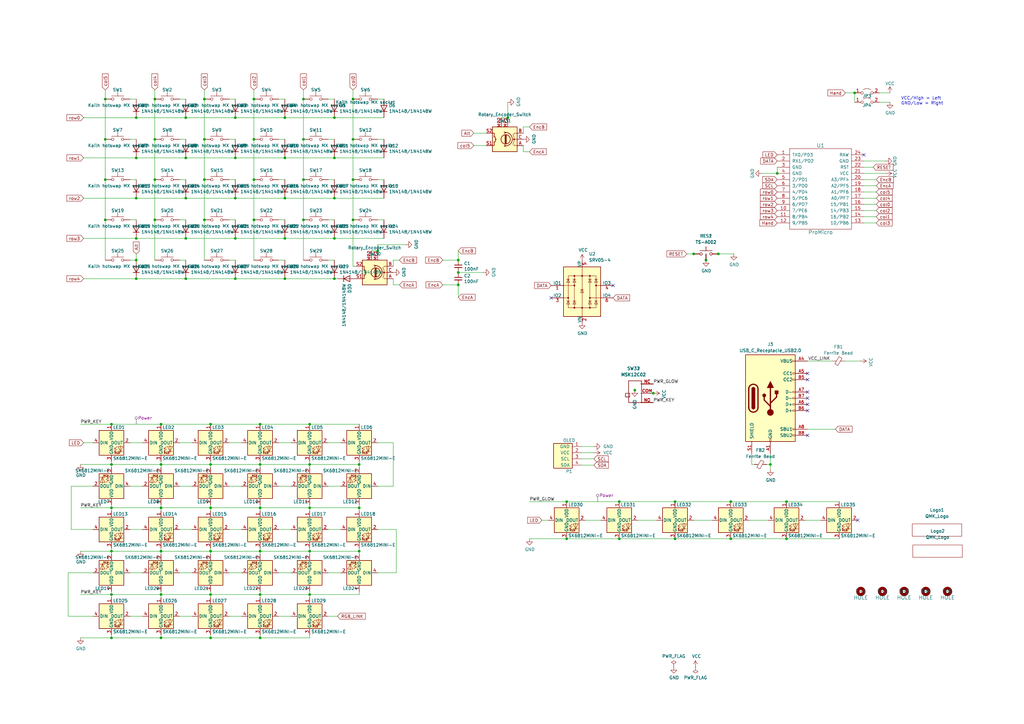
<source format=kicad_sch>
(kicad_sch (version 20230121) (generator eeschema)
  (paper "A3")
  (title_block (title "Lotus 58 Glow") (date "2023-07-26") (rev "v1.3.1") (company "Markus Knutsson <markus.knutsson@tweety.se>") (comment 1 "https://github.com/TweetyDaBird") (comment 2 "Licensed under CERN-OHL-S v2 or any superseding version"))
  (junction (at 124.46 57.15))
  (junction (at 55.88 106.68))
  (junction (at 66.04 261.62))
  (junction (at 137.16 97.79))
  (junction (at 66.04 208.28))
  (junction (at 106.68 243.84))
  (junction (at 86.36 208.28))
  (junction (at 96.52 114.3))
  (junction (at 144.78 57.15))
  (junction (at 106.68 190.5))
  (junction (at 63.5 90.17))
  (junction (at 86.36 173.99))
  (junction (at 83.82 90.17))
  (junction (at 187.96 116.84))
  (junction (at 260.35 160.02))
  (junction (at 116.84 64.77))
  (junction (at 137.16 64.77))
  (junction (at 45.72 173.99))
  (junction (at 66.04 243.84))
  (junction (at 55.88 114.3))
  (junction (at 187.96 111.76))
  (junction (at 86.36 261.62))
  (junction (at 116.84 48.26))
  (junction (at 299.72 220.98))
  (junction (at 116.84 81.28))
  (junction (at 208.28 48.26))
  (junction (at 322.58 220.98))
  (junction (at 124.46 40.64))
  (junction (at 63.5 57.15))
  (junction (at 322.58 205.74))
  (junction (at 104.14 40.64))
  (junction (at 76.2 81.28))
  (junction (at 43.18 57.15))
  (junction (at 147.32 226.06))
  (junction (at 55.88 48.26))
  (junction (at 254 220.98))
  (junction (at 63.5 40.64))
  (junction (at 232.41 205.74))
  (junction (at 154.94 102.87))
  (junction (at 55.88 81.28))
  (junction (at 254 205.74))
  (junction (at 144.78 73.66))
  (junction (at 76.2 64.77))
  (junction (at 104.14 90.17))
  (junction (at 66.04 173.99))
  (junction (at 45.72 208.28))
  (junction (at 76.2 48.26))
  (junction (at 55.88 97.79))
  (junction (at 147.32 208.28))
  (junction (at 106.68 173.99))
  (junction (at 63.5 73.66))
  (junction (at 43.18 40.64))
  (junction (at 55.88 64.77))
  (junction (at 116.84 114.3))
  (junction (at 315.976 190.5))
  (junction (at 45.72 226.06))
  (junction (at 45.72 261.62))
  (junction (at 284.48 104.14))
  (junction (at 96.52 64.77))
  (junction (at 43.18 73.66))
  (junction (at 350.52 38.1))
  (junction (at 76.2 114.3))
  (junction (at 83.82 73.66))
  (junction (at 127 243.84))
  (junction (at 127 208.28))
  (junction (at 45.72 243.84))
  (junction (at 116.84 97.79))
  (junction (at 232.41 220.98))
  (junction (at 66.04 190.5))
  (junction (at 86.36 226.06))
  (junction (at 187.96 106.68))
  (junction (at 127 173.99))
  (junction (at 96.52 48.26))
  (junction (at 137.16 81.28))
  (junction (at 267.97 161.29))
  (junction (at 127 190.5))
  (junction (at 137.16 48.26))
  (junction (at 124.46 73.66))
  (junction (at 137.16 114.3))
  (junction (at 127 226.06))
  (junction (at 289.56 106.68))
  (junction (at 318.77 71.12))
  (junction (at 147.32 190.5))
  (junction (at 45.72 190.5))
  (junction (at 106.68 208.28))
  (junction (at 83.82 40.64))
  (junction (at 276.86 205.74))
  (junction (at 299.72 205.74))
  (junction (at 86.36 190.5))
  (junction (at 104.14 73.66))
  (junction (at 83.82 57.15))
  (junction (at 86.36 243.84))
  (junction (at 104.14 57.15))
  (junction (at 96.52 81.28))
  (junction (at 294.64 104.14))
  (junction (at 106.68 226.06))
  (junction (at 144.78 40.64))
  (junction (at 96.52 97.79))
  (junction (at 144.78 90.17))
  (junction (at 106.68 261.62))
  (junction (at 43.18 90.17))
  (junction (at 276.86 220.98))
  (junction (at 76.2 97.79))
  (junction (at 124.46 90.17))
  (junction (at 66.04 226.06))
  (no_connect (at 351.79 213.36))
  (no_connect (at 331.216 163.322))
  (no_connect (at 331.216 153.162))
  (no_connect (at 331.216 168.402))
  (no_connect (at 331.216 155.702))
  (no_connect (at 331.216 178.562))
  (no_connect (at 226.06 122.174))
  (no_connect (at 251.46 117.094))
  (no_connect (at 331.216 160.782))
  (no_connect (at 331.216 165.862))
  (no_connect (at 354.33 63.5))
  (wire (pts (xy 354.33 81.28) (xy 359.41 81.28)))
  (wire (pts (xy 147.32 190.5) (xy 147.32 189.23)))
  (wire (pts (xy 238.506 183.134) (xy 243.586 183.134)))
  (wire (pts (xy 127 190.5) (xy 127 189.23)))
  (wire (pts (xy 308.356 186.182) (xy 308.356 190.5)))
  (wire (pts (xy 86.36 226.06) (xy 106.68 226.06)))
  (wire (pts (xy 127 173.99) (xy 147.32 173.99)))
  (wire (pts (xy 137.16 57.15) (xy 134.62 57.15)))
  (wire (pts (xy 187.96 106.68) (xy 187.96 102.87)))
  (wire (pts (xy 127 209.55) (xy 127 208.28)))
  (wire (pts (xy 114.3 40.64) (xy 116.84 40.64)))
  (wire (pts (xy 114.3 252.73) (xy 119.38 252.73)))
  (wire (pts (xy 114.3 181.61) (xy 119.38 181.61)))
  (wire (pts (xy 134.62 217.17) (xy 139.7 217.17)))
  (wire (pts (xy 73.66 199.39) (xy 78.74 199.39)))
  (wire (pts (xy 73.66 73.66) (xy 76.2 73.66)))
  (wire (pts (xy 73.66 234.95) (xy 78.74 234.95)))
  (wire (pts (xy 86.36 208.28) (xy 86.36 209.55)))
  (wire (pts (xy 45.72 261.62) (xy 45.72 260.35)))
  (wire (pts (xy 199.39 54.61) (xy 194.31 54.61)))
  (wire (pts (xy 66.04 245.11) (xy 66.04 243.84)))
  (wire (pts (xy 308.356 190.5) (xy 309.372 190.5)))
  (wire (pts (xy 147.32 208.28) (xy 147.32 209.55)))
  (wire (pts (xy 53.34 199.39) (xy 58.42 199.39)))
  (wire (pts (xy 134.62 181.61) (xy 139.7 181.61)))
  (wire (pts (xy 127 242.57) (xy 127 243.84)))
  (wire (pts (xy 27.94 234.95) (xy 27.94 252.73)))
  (wire (pts (xy 38.1 234.95) (xy 27.94 234.95)))
  (wire (pts (xy 93.98 199.39) (xy 99.06 199.39)))
  (wire (pts (xy 34.29 114.3) (xy 55.88 114.3)))
  (wire (pts (xy 93.98 217.17) (xy 99.06 217.17)))
  (wire (pts (xy 162.56 217.17) (xy 162.56 234.95)))
  (wire (pts (xy 73.66 40.64) (xy 76.2 40.64)))
  (wire (pts (xy 66.04 208.28) (xy 86.36 208.28)))
  (wire (pts (xy 86.36 173.99) (xy 106.68 173.99)))
  (wire (pts (xy 55.88 90.17) (xy 53.34 90.17)))
  (wire (pts (xy 254 205.74) (xy 276.86 205.74)))
  (wire (pts (xy 181.61 106.68) (xy 187.96 106.68)))
  (wire (pts (xy 96.52 106.68) (xy 93.98 106.68)))
  (wire (pts (xy 315.976 192.532) (xy 315.976 190.5)))
  (wire (pts (xy 93.98 181.61) (xy 99.06 181.61)))
  (wire (pts (xy 137.16 64.77) (xy 157.48 64.77)))
  (wire (pts (xy 83.82 57.15) (xy 83.82 73.66)))
  (wire (pts (xy 45.72 208.28) (xy 33.02 208.28)))
  (wire (pts (xy 127 243.84) (xy 147.32 243.84)))
  (wire (pts (xy 43.18 36.83) (xy 43.18 40.64)))
  (wire (pts (xy 232.41 205.74) (xy 254 205.74)))
  (wire (pts (xy 93.98 40.64) (xy 96.52 40.64)))
  (wire (pts (xy 137.16 114.3) (xy 138.43 114.3)))
  (wire (pts (xy 104.14 40.64) (xy 104.14 57.15)))
  (wire (pts (xy 66.04 208.28) (xy 66.04 209.55)))
  (wire (pts (xy 104.14 36.83) (xy 104.14 40.64)))
  (wire (pts (xy 33.02 173.99) (xy 45.72 173.99)))
  (wire (pts (xy 83.82 73.66) (xy 83.82 90.17)))
  (wire (pts (xy 34.29 181.61) (xy 38.1 181.61)))
  (wire (pts (xy 53.34 181.61) (xy 58.42 181.61)))
  (wire (pts (xy 45.72 190.5) (xy 45.72 191.77)))
  (wire (pts (xy 86.36 224.79) (xy 86.36 226.06)))
  (wire (pts (xy 34.29 64.77) (xy 55.88 64.77)))
  (wire (pts (xy 55.88 64.77) (xy 76.2 64.77)))
  (wire (pts (xy 66.04 242.57) (xy 66.04 243.84)))
  (wire (pts (xy 53.34 73.66) (xy 55.88 73.66)))
  (wire (pts (xy 83.82 40.64) (xy 83.82 57.15)))
  (wire (pts (xy 86.36 190.5) (xy 66.04 190.5)))
  (wire (pts (xy 38.1 217.17) (xy 29.21 217.17)))
  (wire (pts (xy 318.77 71.12) (xy 312.42 71.12)))
  (wire (pts (xy 307.34 213.36) (xy 314.96 213.36)))
  (wire (pts (xy 106.68 190.5) (xy 106.68 189.23)))
  (wire (pts (xy 45.72 227.33) (xy 45.72 226.06)))
  (wire (pts (xy 76.2 114.3) (xy 96.52 114.3)))
  (wire (pts (xy 354.33 73.66) (xy 359.41 73.66)))
  (wire (pts (xy 116.84 73.66) (xy 114.3 73.66)))
  (wire (pts (xy 55.88 104.14) (xy 55.88 106.68)))
  (wire (pts (xy 45.72 208.28) (xy 45.72 209.55)))
  (wire (pts (xy 364.998 41.91) (xy 360.68 41.91)))
  (wire (pts (xy 154.94 73.66) (xy 157.48 73.66)))
  (wire (pts (xy 238.506 185.674) (xy 243.586 185.674)))
  (wire (pts (xy 299.72 220.98) (xy 322.58 220.98)))
  (wire (pts (xy 238.506 190.754) (xy 243.586 190.754)))
  (wire (pts (xy 83.82 90.17) (xy 83.82 106.68)))
  (wire (pts (xy 86.36 190.5) (xy 106.68 190.5)))
  (wire (pts (xy 53.34 252.73) (xy 58.42 252.73)))
  (wire (pts (xy 163.83 116.84) (xy 161.29 116.84)))
  (wire (pts (xy 299.72 205.74) (xy 322.58 205.74)))
  (wire (pts (xy 106.68 208.28) (xy 106.68 209.55)))
  (wire (pts (xy 45.72 189.23) (xy 45.72 190.5)))
  (wire (pts (xy 208.28 41.91) (xy 208.28 48.26)))
  (wire (pts (xy 76.2 81.28) (xy 96.52 81.28)))
  (wire (pts (xy 55.88 97.79) (xy 76.2 97.79)))
  (wire (pts (xy 318.77 68.58) (xy 318.77 71.12)))
  (wire (pts (xy 104.14 73.66) (xy 104.14 90.17)))
  (wire (pts (xy 161.29 116.84) (xy 161.29 114.3)))
  (wire (pts (xy 187.96 121.92) (xy 187.96 116.84)))
  (wire (pts (xy 222.25 213.36) (xy 224.79 213.36)))
  (wire (pts (xy 199.39 59.69) (xy 194.31 59.69)))
  (wire (pts (xy 124.46 90.17) (xy 124.46 106.68)))
  (wire (pts (xy 45.72 207.01) (xy 45.72 208.28)))
  (wire (pts (xy 217.17 52.07) (xy 214.63 52.07)))
  (wire (pts (xy 254 220.98) (xy 276.86 220.98)))
  (wire (pts (xy 166.37 100.33) (xy 154.94 100.33)))
  (wire (pts (xy 83.82 36.83) (xy 83.82 40.64)))
  (wire (pts (xy 354.33 71.12) (xy 363.22 71.12)))
  (wire (pts (xy 284.48 213.36) (xy 292.1 213.36)))
  (wire (pts (xy 76.2 64.77) (xy 96.52 64.77)))
  (wire (pts (xy 124.46 40.64) (xy 124.46 57.15)))
  (wire (pts (xy 66.04 261.62) (xy 45.72 261.62)))
  (wire (pts (xy 104.14 57.15) (xy 104.14 73.66)))
  (wire (pts (xy 154.94 90.17) (xy 157.48 90.17)))
  (wire (pts (xy 106.68 190.5) (xy 127 190.5)))
  (wire (pts (xy 27.94 252.73) (xy 38.1 252.73)))
  (wire (pts (xy 144.78 40.64) (xy 144.78 57.15)))
  (wire (pts (xy 261.62 213.36) (xy 269.24 213.36)))
  (wire (pts (xy 354.33 76.2) (xy 359.41 76.2)))
  (wire (pts (xy 106.68 261.62) (xy 86.36 261.62)))
  (wire (pts (xy 114.3 90.17) (xy 116.84 90.17)))
  (wire (pts (xy 124.46 57.15) (xy 124.46 73.66)))
  (wire (pts (xy 86.36 261.62) (xy 86.36 260.35)))
  (wire (pts (xy 76.2 57.15) (xy 73.66 57.15)))
  (wire (pts (xy 106.68 243.84) (xy 106.68 242.57)))
  (wire (pts (xy 354.33 66.04) (xy 363.22 66.04)))
  (wire (pts (xy 73.66 217.17) (xy 78.74 217.17)))
  (wire (pts (xy 96.52 97.79) (xy 116.84 97.79)))
  (wire (pts (xy 86.36 245.11) (xy 86.36 243.84)))
  (wire (pts (xy 124.46 73.66) (xy 124.46 90.17)))
  (wire (pts (xy 154.94 234.95) (xy 162.56 234.95)))
  (wire (pts (xy 106.68 226.06) (xy 127 226.06)))
  (wire (pts (xy 63.5 36.83) (xy 63.5 40.64)))
  (wire (pts (xy 33.02 243.84) (xy 45.72 243.84)))
  (wire (pts (xy 208.28 48.26) (xy 205.74 48.26)))
  (wire (pts (xy 104.14 90.17) (xy 104.14 106.68)))
  (wire (pts (xy 152.4 102.87) (xy 154.94 102.87)))
  (wire (pts (xy 240.03 213.36) (xy 246.38 213.36)))
  (wire (pts (xy 106.68 245.11) (xy 106.68 243.84)))
  (wire (pts (xy 34.29 97.79) (xy 55.88 97.79)))
  (wire (pts (xy 53.34 234.95) (xy 58.42 234.95)))
  (wire (pts (xy 137.16 106.68) (xy 134.62 106.68)))
  (wire (pts (xy 322.58 205.74) (xy 344.17 205.74)))
  (wire (pts (xy 93.98 57.15) (xy 96.52 57.15)))
  (wire (pts (xy 147.32 224.79) (xy 147.32 226.06)))
  (wire (pts (xy 114.3 234.95) (xy 119.38 234.95)))
  (wire (pts (xy 116.84 106.68) (xy 114.3 106.68)))
  (wire (pts (xy 86.36 190.5) (xy 86.36 191.77)))
  (wire (pts (xy 127 261.62) (xy 106.68 261.62)))
  (wire (pts (xy 33.02 226.06) (xy 45.72 226.06)))
  (wire (pts (xy 147.32 208.28) (xy 147.32 207.01)))
  (wire (pts (xy 106.68 191.77) (xy 106.68 190.5)))
  (wire (pts (xy 154.94 40.64) (xy 157.48 40.64)))
  (wire (pts (xy 147.32 190.5) (xy 147.32 191.77)))
  (wire (pts (xy 127 191.77) (xy 127 190.5)))
  (wire (pts (xy 354.33 83.82) (xy 359.41 83.82)))
  (wire (pts (xy 93.98 234.95) (xy 99.06 234.95)))
  (wire (pts (xy 217.17 62.23) (xy 214.63 62.23)))
  (wire (pts (xy 181.61 116.84) (xy 187.96 116.84)))
  (wire (pts (xy 66.04 173.99) (xy 86.36 173.99)))
  (wire (pts (xy 352.806 148.082) (xy 346.456 148.082)))
  (wire (pts (xy 127 226.06) (xy 147.32 226.06)))
  (wire (pts (xy 350.52 41.91) (xy 350.52 38.1)))
  (wire (pts (xy 86.36 208.28) (xy 86.36 207.01)))
  (wire (pts (xy 187.96 111.76) (xy 198.12 111.76)))
  (wire (pts (xy 354.33 88.9) (xy 359.41 88.9)))
  (wire (pts (xy 73.66 252.73) (xy 78.74 252.73)))
  (wire (pts (xy 29.21 217.17) (xy 29.21 199.39)))
  (wire (pts (xy 281.686 104.14) (xy 284.48 104.14)))
  (wire (pts (xy 214.63 52.07) (xy 214.63 54.61)))
  (wire (pts (xy 55.88 114.3) (xy 76.2 114.3)))
  (wire (pts (xy 93.98 252.73) (xy 99.06 252.73)))
  (wire (pts (xy 66.04 261.62) (xy 66.04 260.35)))
  (wire (pts (xy 137.16 40.64) (xy 134.62 40.64)))
  (wire (pts (xy 45.72 190.5) (xy 33.02 190.5)))
  (wire (pts (xy 96.52 90.17) (xy 93.98 90.17)))
  (wire (pts (xy 116.84 64.77) (xy 137.16 64.77)))
  (wire (pts (xy 137.16 81.28) (xy 157.48 81.28)))
  (wire (pts (xy 66.04 190.5) (xy 66.04 189.23)))
  (wire (pts (xy 354.33 91.44) (xy 359.41 91.44)))
  (wire (pts (xy 45.72 173.99) (xy 66.04 173.99)))
  (wire (pts (xy 34.29 48.26) (xy 55.88 48.26)))
  (wire (pts (xy 154.94 100.33) (xy 154.94 102.87)))
  (wire (pts (xy 144.78 73.66) (xy 144.78 90.17)))
  (wire (pts (xy 127 245.11) (xy 127 243.84)))
  (wire (pts (xy 346.71 38.1) (xy 350.52 38.1)))
  (wire (pts (xy 157.48 57.15) (xy 154.94 57.15)))
  (wire (pts (xy 45.72 190.5) (xy 66.04 190.5)))
  (wire (pts (xy 106.68 224.79) (xy 106.68 226.06)))
  (wire (pts (xy 66.04 224.79) (xy 66.04 226.06)))
  (wire (pts (xy 127 190.5) (xy 147.32 190.5)))
  (wire (pts (xy 147.32 243.84) (xy 147.32 242.57)))
  (wire (pts (xy 96.52 114.3) (xy 116.84 114.3)))
  (wire (pts (xy 116.84 81.28) (xy 137.16 81.28)))
  (wire (pts (xy 106.68 208.28) (xy 127 208.28)))
  (wire (pts (xy 127 261.62) (xy 127 260.35)))
  (wire (pts (xy 354.33 68.58) (xy 358.14 68.58)))
  (wire (pts (xy 127 208.28) (xy 127 207.01)))
  (wire (pts (xy 154.94 217.17) (xy 162.56 217.17)))
  (wire (pts (xy 161.29 181.61) (xy 161.29 199.39)))
  (wire (pts (xy 276.86 220.98) (xy 299.72 220.98)))
  (wire (pts (xy 96.52 81.28) (xy 116.84 81.28)))
  (wire (pts (xy 86.36 189.23) (xy 86.36 190.5)))
  (wire (pts (xy 96.52 48.26) (xy 116.84 48.26)))
  (wire (pts (xy 63.5 90.17) (xy 63.5 106.68)))
  (wire (pts (xy 66.04 208.28) (xy 66.04 207.01)))
  (wire (pts (xy 66.04 191.77) (xy 66.04 190.5)))
  (wire (pts (xy 276.86 205.74) (xy 299.72 205.74)))
  (wire (pts (xy 86.36 227.33) (xy 86.36 226.06)))
  (wire (pts (xy 138.43 252.73) (xy 134.62 252.73)))
  (wire (pts (xy 232.41 220.98) (xy 254 220.98)))
  (wire (pts (xy 73.66 181.61) (xy 78.74 181.61)))
  (wire (pts (xy 163.83 106.68) (xy 161.29 106.68)))
  (wire (pts (xy 127 208.28) (xy 147.32 208.28)))
  (wire (pts (xy 300.99 104.14) (xy 294.64 104.14)))
  (wire (pts (xy 86.36 243.84) (xy 86.36 242.57)))
  (wire (pts (xy 76.2 48.26) (xy 96.52 48.26)))
  (wire (pts (xy 53.34 217.17) (xy 58.42 217.17)))
  (wire (pts (xy 45.72 242.57) (xy 45.72 243.84)))
  (wire (pts (xy 43.18 57.15) (xy 43.18 73.66)))
  (wire (pts (xy 154.94 199.39) (xy 161.29 199.39)))
  (wire (pts (xy 134.62 234.95) (xy 139.7 234.95)))
  (wire (pts (xy 45.72 245.11) (xy 45.72 243.84)))
  (wire (pts (xy 86.36 208.28) (xy 106.68 208.28)))
  (wire (pts (xy 341.376 148.082) (xy 331.216 148.082)))
  (wire (pts (xy 66.04 243.84) (xy 86.36 243.84)))
  (wire (pts (xy 43.18 90.17) (xy 43.18 106.68)))
  (wire (pts (xy 66.04 226.06) (xy 86.36 226.06)))
  (wire (pts (xy 114.3 199.39) (xy 119.38 199.39)))
  (wire (pts (xy 124.46 36.83) (xy 124.46 40.64)))
  (wire (pts (xy 144.78 57.15) (xy 144.78 73.66)))
  (wire (pts (xy 144.78 36.83) (xy 144.78 40.64)))
  (wire (pts (xy 144.78 90.17) (xy 144.78 109.22)))
  (wire (pts (xy 86.36 261.62) (xy 66.04 261.62)))
  (wire (pts (xy 137.16 48.26) (xy 157.48 48.26)))
  (wire (pts (xy 106.68 173.99) (xy 127 173.99)))
  (wire (pts (xy 106.68 261.62) (xy 106.68 260.35)))
  (wire (pts (xy 55.88 48.26) (xy 76.2 48.26)))
  (wire (pts (xy 238.506 188.214) (xy 243.586 188.214)))
  (wire (pts (xy 137.16 97.79) (xy 157.48 97.79)))
  (wire (pts (xy 106.68 243.84) (xy 127 243.84)))
  (wire (pts (xy 76.2 97.79) (xy 96.52 97.79)))
  (wire (pts (xy 127 227.33) (xy 127 226.06)))
  (wire (pts (xy 76.2 90.17) (xy 73.66 90.17)))
  (wire (pts (xy 29.21 199.39) (xy 38.1 199.39)))
  (wire (pts (xy 45.72 261.62) (xy 33.02 261.62)))
  (wire (pts (xy 364.998 38.1) (xy 360.68 38.1)))
  (wire (pts (xy 217.17 220.98) (xy 232.41 220.98)))
  (wire (pts (xy 45.72 226.06) (xy 66.04 226.06)))
  (wire (pts (xy 63.5 73.66) (xy 63.5 90.17)))
  (wire (pts (xy 161.29 106.68) (xy 161.29 109.22)))
  (wire (pts (xy 114.3 217.17) (xy 119.38 217.17)))
  (wire (pts (xy 137.16 73.66) (xy 134.62 73.66)))
  (wire (pts (xy 144.78 109.22) (xy 146.05 109.22)))
  (wire (pts (xy 76.2 106.68) (xy 73.66 106.68)))
  (wire (pts (xy 55.88 57.15) (xy 53.34 57.15)))
  (wire (pts (xy 314.452 190.5) (xy 315.976 190.5)))
  (wire (pts (xy 354.33 86.36) (xy 359.41 86.36)))
  (wire (pts (xy 106.68 226.06) (xy 106.68 227.33)))
  (wire (pts (xy 116.84 57.15) (xy 114.3 57.15)))
  (wire (pts (xy 93.98 73.66) (xy 96.52 73.66)))
  (wire (pts (xy 330.2 213.36) (xy 336.55 213.36)))
  (wire (pts (xy 55.88 40.64) (xy 53.34 40.64)))
  (wire (pts (xy 154.94 181.61) (xy 161.29 181.61)))
  (wire (pts (xy 86.36 243.84) (xy 106.68 243.84)))
  (wire (pts (xy 127 224.79) (xy 127 226.06)))
  (wire (pts (xy 116.84 114.3) (xy 137.16 114.3)))
  (wire (pts (xy 55.88 81.28) (xy 76.2 81.28)))
  (wire (pts (xy 137.16 90.17) (xy 134.62 90.17)))
  (wire (pts (xy 116.84 97.79) (xy 137.16 97.79)))
  (wire (pts (xy 45.72 208.28) (xy 66.04 208.28)))
  (wire (pts (xy 63.5 40.64) (xy 63.5 57.15)))
  (wire (pts (xy 34.29 81.28) (xy 55.88 81.28)))
  (wire (pts (xy 66.04 226.06) (xy 66.04 227.33)))
  (wire (pts (xy 45.72 243.84) (xy 66.04 243.84)))
  (wire (pts (xy 106.68 208.28) (xy 106.68 207.01)))
  (wire (pts (xy 315.976 190.5) (xy 315.976 186.182)))
  (wire (pts (xy 96.52 64.77) (xy 116.84 64.77)))
  (wire (pts (xy 214.63 62.23) (xy 214.63 59.69)))
  (wire (pts (xy 322.58 220.98) (xy 344.17 220.98)))
  (wire (pts (xy 45.72 224.79) (xy 45.72 226.06)))
  (wire (pts (xy 354.33 78.74) (xy 359.41 78.74)))
  (wire (pts (xy 217.17 205.74) (xy 232.41 205.74)))
  (wire (pts (xy 53.34 106.68) (xy 55.88 106.68)))
  (wire (pts (xy 331.216 176.022) (xy 342.646 176.022)))
  (wire (pts (xy 147.32 226.06) (xy 147.32 227.33)))
  (wire (pts (xy 43.18 40.64) (xy 43.18 57.15)))
  (wire (pts (xy 116.84 48.26) (xy 137.16 48.26)))
  (wire (pts (xy 63.5 57.15) (xy 63.5 73.66)))
  (wire (pts (xy 43.18 73.66) (xy 43.18 90.17)))
  (wire (pts (xy 134.62 199.39) (xy 139.7 199.39)))
  (text "VCC/High = Left\nGND/Low = Right" (at 369.57 43.18 0) (effects (font (size 1.27 1.27)) (justify left bottom)))
  (label "PWR_KEY" (at 33.02 208.28 0))
  (label "PWR_KEY" (at 33.02 243.84 0))
  (label "VCC_LINK" (at 331.47 148.082 0))
  (label "PWR_GLOW" (at 217.17 205.74 0))
  (label "PWR_KEY" (at 267.97 165.1 0))
  (label "PWR_KEY" (at 33.02 173.99 0))
  (label "PWR_GLOW" (at 267.97 157.48 0))
  (global_label "Alt" (shape input) (at 55.88 104.14 90) (property "Intersheetrefs" "${INTERSHEET_REFS}" (effects hide)))
  (global_label "col2" (shape input) (at 359.41 86.36 0) (property "Intersheetrefs" "${INTERSHEET_REFS}" (effects hide)))
  (global_label "EncB" (shape input) (at 359.41 73.66 0) (property "Intersheetrefs" "${INTERSHEET_REFS}" (effects hide)))
  (global_label "RESET" (shape input) (at 281.686 104.14 180) (property "Intersheetrefs" "${INTERSHEET_REFS}" (effects hide)))
  (global_label "row2" (shape input) (at 318.77 83.82 180) (property "Intersheetrefs" "${INTERSHEET_REFS}" (effects hide)))
  (global_label "RESET" (shape input) (at 358.14 68.58 0) (property "Intersheetrefs" "${INTERSHEET_REFS}" (effects hide)))
  (global_label "EncA" (shape input) (at 217.17 62.23 0) (property "Intersheetrefs" "${INTERSHEET_REFS}" (effects hide)))
  (global_label "col4" (shape input) (at 63.5 36.83 90) (property "Intersheetrefs" "${INTERSHEET_REFS}" (effects hide)))
  (global_label "DATA" (shape input) (at 251.46 122.174 0) (property "Intersheetrefs" "${INTERSHEET_REFS}" (effects hide)))
  (global_label "row1" (shape input) (at 318.77 81.28 180) (property "Intersheetrefs" "${INTERSHEET_REFS}" (effects hide)))
  (global_label "EncB" (shape input) (at 181.61 106.68 180) (property "Intersheetrefs" "${INTERSHEET_REFS}" (effects hide)))
  (global_label "EncA" (shape input) (at 187.96 121.92 0) (property "Intersheetrefs" "${INTERSHEET_REFS}" (effects hide)))
  (global_label "row3" (shape input) (at 34.29 97.79 180) (property "Intersheetrefs" "${INTERSHEET_REFS}" (effects hide)))
  (global_label "row3" (shape input) (at 318.77 86.36 180) (property "Intersheetrefs" "${INTERSHEET_REFS}" (effects hide)))
  (global_label "SCL" (shape input) (at 318.77 76.2 180) (property "Intersheetrefs" "${INTERSHEET_REFS}" (effects hide)))
  (global_label "LED" (shape input) (at 222.25 213.36 180) (property "Intersheetrefs" "${INTERSHEET_REFS}" (effects hide)))
  (global_label "SDA" (shape input) (at 243.586 190.754 0) (property "Intersheetrefs" "${INTERSHEET_REFS}" (effects hide)))
  (global_label "EncA" (shape input) (at 163.83 116.84 0) (property "Intersheetrefs" "${INTERSHEET_REFS}" (effects hide)))
  (global_label "col4" (shape input) (at 359.41 81.28 0) (property "Intersheetrefs" "${INTERSHEET_REFS}" (effects hide)))
  (global_label "row1" (shape input) (at 34.29 64.77 180) (property "Intersheetrefs" "${INTERSHEET_REFS}" (effects hide)))
  (global_label "RGB_LINK" (shape input) (at 138.43 252.73 0) (property "Intersheetrefs" "${INTERSHEET_REFS}" (effects hide)))
  (global_label "row2" (shape input) (at 34.29 81.28 180) (property "Intersheetrefs" "${INTERSHEET_REFS}" (effects hide)))
  (global_label "col5" (shape input) (at 194.31 59.69 180) (property "Intersheetrefs" "${INTERSHEET_REFS}" (effects hide)))
  (global_label "col5" (shape input) (at 43.18 36.83 90) (property "Intersheetrefs" "${INTERSHEET_REFS}" (effects hide)))
  (global_label "EncA" (shape input) (at 359.41 76.2 0) (property "Intersheetrefs" "${INTERSHEET_REFS}" (effects hide)))
  (global_label "col0" (shape input) (at 359.41 83.82 0) (property "Intersheetrefs" "${INTERSHEET_REFS}" (effects hide)))
  (global_label "col3" (shape input) (at 83.82 36.83 90) (property "Intersheetrefs" "${INTERSHEET_REFS}" (effects hide)))
  (global_label "EncB" (shape input) (at 217.17 52.07 0) (property "Intersheetrefs" "${INTERSHEET_REFS}" (effects hide)))
  (global_label "LED" (shape input) (at 318.77 63.5 180) (property "Intersheetrefs" "${INTERSHEET_REFS}" (effects hide)))
  (global_label "SCL" (shape input) (at 243.586 188.214 0) (property "Intersheetrefs" "${INTERSHEET_REFS}" (effects hide)))
  (global_label "Hand" (shape input) (at 318.77 91.44 180) (property "Intersheetrefs" "${INTERSHEET_REFS}" (effects hide)))
  (global_label "row0" (shape input) (at 34.29 48.26 180) (property "Intersheetrefs" "${INTERSHEET_REFS}" (effects hide)))
  (global_label "SDA" (shape input) (at 318.77 73.66 180) (property "Intersheetrefs" "${INTERSHEET_REFS}" (effects hide)))
  (global_label "Alt" (shape input) (at 194.31 54.61 180) (property "Intersheetrefs" "${INTERSHEET_REFS}" (effects hide)))
  (global_label "col5" (shape input) (at 359.41 78.74 0) (property "Intersheetrefs" "${INTERSHEET_REFS}" (effects hide)))
  (global_label "DATA" (shape input) (at 342.646 176.022 0) (property "Intersheetrefs" "${INTERSHEET_REFS}" (effects hide)))
  (global_label "EncB" (shape input) (at 187.96 102.87 0) (property "Intersheetrefs" "${INTERSHEET_REFS}" (effects hide)))
  (global_label "EncA" (shape input) (at 181.61 116.84 180) (property "Intersheetrefs" "${INTERSHEET_REFS}" (effects hide)))
  (global_label "LED" (shape input) (at 34.29 181.61 180) (property "Intersheetrefs" "${INTERSHEET_REFS}" (effects hide)))
  (global_label "row4" (shape input) (at 34.29 114.3 180) (property "Intersheetrefs" "${INTERSHEET_REFS}" (effects hide)))
  (global_label "row0" (shape input) (at 318.77 78.74 180) (property "Intersheetrefs" "${INTERSHEET_REFS}" (effects hide)))
  (global_label "col1" (shape input) (at 359.41 88.9 0) (property "Intersheetrefs" "${INTERSHEET_REFS}" (effects hide)))
  (global_label "col1" (shape input) (at 124.46 36.83 90) (property "Intersheetrefs" "${INTERSHEET_REFS}" (effects hide)))
  (global_label "col0" (shape input) (at 144.78 36.83 90) (property "Intersheetrefs" "${INTERSHEET_REFS}" (effects hide)))
  (global_label "Hand" (shape input) (at 346.71 38.1 180) (property "Intersheetrefs" "${INTERSHEET_REFS}" (effects hide)))
  (global_label "col2" (shape input) (at 104.14 36.83 90) (property "Intersheetrefs" "${INTERSHEET_REFS}" (effects hide)))
  (global_label "DATA" (shape input) (at 318.77 66.04 180) (property "Intersheetrefs" "${INTERSHEET_REFS}" (effects hide)))
  (global_label "row4" (shape input) (at 318.77 88.9 180) (property "Intersheetrefs" "${INTERSHEET_REFS}" (effects hide)))
  (global_label "DATA" (shape input) (at 226.06 117.094 180) (property "Intersheetrefs" "${INTERSHEET_REFS}" (effects hide)))
  (global_label "col3" (shape input) (at 359.41 91.44 0) (property "Intersheetrefs" "${INTERSHEET_REFS}" (effects hide)))
  (global_label "EncB" (shape input) (at 163.83 106.68 0) (property "Intersheetrefs" "${INTERSHEET_REFS}" (effects hide)))
  (netclass_flag "" (length 2.54) (shape round) (at 55.88 173.99 0) (property "Netclass" "Power" (at 56.4896 171.45 0) (effects (font italic) (justify left))))
  (netclass_flag "" (length 2.54) (shape round) (at 245.11 205.74 0) (property "Netclass" "Power" (at 245.7196 203.2 0) (effects (font italic) (justify left))))
  (symbol (lib_id "Keyboard_Controllers:ProMicro_jumpers_v2") (at 336.55 77.47 0) (unit 1)
    (property "Reference" "U1" (at 336.55 59.69 0) (effects (font (size 1.524 1.524))))
    (property "Value" "ProMicro" (at 336.55 95.25 0) (effects (font (size 1.524 1.524))))
    (property "Footprint" "Keyboard Controllers:ProMicro_jumpers_V2" (effects hide))
  )
  (symbol (lib_id "Switch:SW_Push") (at 48.26 106.68 0) (mirror y) (unit 1)
    (property "Reference" "SW25" (at 48.26 102.87 0))
    (property "Value" "Kailh hotswap MX socket" (at 48.26 109.22 0))
    (property "Footprint" "Keyboard Switches:SW_MX_HotSwap_Reversible" (effects hide))
  )
  (symbol (lib_id "Switch:SW_Push") (at 68.58 106.68 0) (mirror y) (unit 1)
    (property "Reference" "SW26" (at 68.58 102.87 0))
    (property "Value" "Kailh hotswap MX socket" (at 68.58 109.22 0))
    (property "Footprint" "Keyboard Switches:SW_MX_HotSwap_Reversible" (effects hide))
  )
  (symbol (lib_id "Switch:SW_Push") (at 48.26 40.64 0) (mirror y) (unit 1)
    (property "Reference" "SW1" (at 48.26 36.83 0))
    (property "Value" "Kailh hotswap MX socket" (at 48.26 43.18 0))
    (property "Footprint" "Keyboard Switches:SW_MX_HotSwap_Reversible" (effects hide))
  )
  (symbol (lib_id "Device:D") (at 55.88 44.45 90) (unit 1)
    (property "Reference" "D1" (at 57.8866 43.2816 90) (effects (justify right)))
    (property "Value" "1N4148/1N4148W" (at 57.8866 45.593 90) (effects (justify right)))
    (property "Footprint" "Keyboard Common:Diode_DO35_SOD123" (effects hide))
  )
  (symbol (lib_id "Switch:SW_Push") (at 68.58 40.64 0) (mirror y) (unit 1)
    (property "Reference" "SW2" (at 68.58 36.83 0))
    (property "Value" "Kailh hotswap MX socket" (at 68.58 43.18 0))
    (property "Footprint" "Keyboard Switches:SW_MX_HotSwap_Reversible" (effects hide))
  )
  (symbol (lib_id "Device:D") (at 76.2 44.45 90) (unit 1)
    (property "Reference" "D2" (at 78.2066 43.2816 90) (effects (justify right)))
    (property "Value" "1N4148/1N4148W" (at 78.2066 45.593 90) (effects (justify right)))
    (property "Footprint" "Keyboard Common:Diode_DO35_SOD123" (effects hide))
  )
  (symbol (lib_id "Switch:SW_Push") (at 88.9 40.64 0) (mirror y) (unit 1)
    (property "Reference" "SW3" (at 88.9 36.83 0))
    (property "Value" "Kailh hotswap MX socket" (at 88.9 43.18 0))
    (property "Footprint" "Keyboard Switches:SW_MX_HotSwap_Reversible" (effects hide))
  )
  (symbol (lib_id "Device:D") (at 96.52 44.45 90) (unit 1)
    (property "Reference" "D3" (at 98.5266 43.2816 90) (effects (justify right)))
    (property "Value" "1N4148/1N4148W" (at 98.5266 45.593 90) (effects (justify right)))
    (property "Footprint" "Keyboard Common:Diode_DO35_SOD123" (effects hide))
  )
  (symbol (lib_id "Switch:SW_Push") (at 109.22 40.64 0) (mirror y) (unit 1)
    (property "Reference" "SW4" (at 109.22 36.83 0))
    (property "Value" "Kailh hotswap MX socket" (at 109.22 43.18 0))
    (property "Footprint" "Keyboard Switches:SW_MX_HotSwap_Reversible" (effects hide))
  )
  (symbol (lib_id "Device:D") (at 116.84 44.45 90) (unit 1)
    (property "Reference" "D4" (at 118.8466 43.2816 90) (effects (justify right)))
    (property "Value" "1N4148/1N4148W" (at 118.8466 45.593 90) (effects (justify right)))
    (property "Footprint" "Keyboard Common:Diode_DO35_SOD123" (effects hide))
  )
  (symbol (lib_id "Switch:SW_Push") (at 129.54 40.64 0) (mirror y) (unit 1)
    (property "Reference" "SW5" (at 129.54 36.83 0))
    (property "Value" "Kailh hotswap MX socket" (at 129.54 43.18 0))
    (property "Footprint" "Keyboard Switches:SW_MX_HotSwap_Reversible" (effects hide))
  )
  (symbol (lib_id "Device:D") (at 137.16 44.45 90) (unit 1)
    (property "Reference" "D5" (at 139.1666 43.2816 90) (effects (justify right)))
    (property "Value" "1N4148/1N4148W" (at 139.1666 45.593 90) (effects (justify right)))
    (property "Footprint" "Keyboard Common:Diode_DO35_SOD123" (effects hide))
  )
  (symbol (lib_id "Switch:SW_Push") (at 149.86 40.64 0) (mirror y) (unit 1)
    (property "Reference" "SW6" (at 149.86 36.83 0))
    (property "Value" "Kailh hotswap MX socket" (at 149.86 41.91 0))
    (property "Footprint" "Keyboard Switches:SW_MX_HotSwap_Reversible" (effects hide))
  )
  (symbol (lib_id "Device:D") (at 157.48 44.45 90) (unit 1)
    (property "Reference" "D6" (at 159.4866 43.2816 90) (effects (justify right)))
    (property "Value" "1N4148/1N4148W" (at 159.4866 45.593 90) (effects (justify right)))
    (property "Footprint" "Keyboard Common:Diode_DO35_SOD123" (effects hide))
  )
  (symbol (lib_id "Switch:SW_Push") (at 68.58 57.15 0) (mirror y) (unit 1)
    (property "Reference" "SW8" (at 68.58 53.34 0))
    (property "Value" "Kailh hotswap MX socket" (at 68.58 59.69 0))
    (property "Footprint" "Keyboard Switches:SW_MX_HotSwap_Reversible" (effects hide))
  )
  (symbol (lib_id "Switch:SW_Push") (at 88.9 57.15 0) (mirror y) (unit 1)
    (property "Reference" "SW9" (at 88.9 53.34 0))
    (property "Value" "Kailh hotswap MX socket" (at 88.9 59.69 0))
    (property "Footprint" "Keyboard Switches:SW_MX_HotSwap_Reversible" (effects hide))
  )
  (symbol (lib_id "Switch:SW_Push") (at 109.22 57.15 0) (mirror y) (unit 1)
    (property "Reference" "SW10" (at 109.22 53.34 0))
    (property "Value" "Kailh hotswap MX socket" (at 109.22 59.69 0))
    (property "Footprint" "Keyboard Switches:SW_MX_HotSwap_Reversible" (effects hide))
  )
  (symbol (lib_id "Switch:SW_Push") (at 129.54 57.15 0) (mirror y) (unit 1)
    (property "Reference" "SW11" (at 129.54 53.34 0))
    (property "Value" "Kailh hotswap MX socket" (at 129.54 59.69 0))
    (property "Footprint" "Keyboard Switches:SW_MX_HotSwap_Reversible" (effects hide))
  )
  (symbol (lib_id "Switch:SW_Push") (at 149.86 57.15 0) (mirror y) (unit 1)
    (property "Reference" "SW12" (at 149.86 53.34 0))
    (property "Value" "Kailh hotswap MX socket" (at 149.86 59.69 0))
    (property "Footprint" "Keyboard Switches:SW_MX_HotSwap_Reversible" (effects hide))
  )
  (symbol (lib_id "Switch:SW_Push") (at 48.26 57.15 0) (mirror y) (unit 1)
    (property "Reference" "SW7" (at 48.26 53.34 0))
    (property "Value" "Kailh hotswap MX socket" (at 48.26 59.69 0))
    (property "Footprint" "Keyboard Switches:SW_MX_HotSwap_Reversible" (effects hide))
  )
  (symbol (lib_id "Device:D") (at 55.88 60.96 90) (unit 1)
    (property "Reference" "D7" (at 57.8866 59.7916 90) (effects (justify right)))
    (property "Value" "1N4148/1N4148W" (at 57.8866 62.103 90) (effects (justify right)))
    (property "Footprint" "Keyboard Common:Diode_DO35_SOD123" (effects hide))
  )
  (symbol (lib_id "Device:D") (at 76.2 60.96 90) (unit 1)
    (property "Reference" "D8" (at 78.2066 59.7916 90) (effects (justify right)))
    (property "Value" "1N4148/1N4148W" (at 78.2066 62.103 90) (effects (justify right)))
    (property "Footprint" "Keyboard Common:Diode_DO35_SOD123" (effects hide))
  )
  (symbol (lib_id "Device:D") (at 96.52 60.96 90) (unit 1)
    (property "Reference" "D9" (at 98.5266 59.7916 90) (effects (justify right)))
    (property "Value" "1N4148/1N4148W" (at 98.5266 62.103 90) (effects (justify right)))
    (property "Footprint" "Keyboard Common:Diode_DO35_SOD123" (effects hide))
  )
  (symbol (lib_id "Device:D") (at 116.84 60.96 90) (unit 1)
    (property "Reference" "D10" (at 118.8466 59.7916 90) (effects (justify right)))
    (property "Value" "1N4148/1N4148W" (at 118.8466 62.103 90) (effects (justify right)))
    (property "Footprint" "Keyboard Common:Diode_DO35_SOD123" (effects hide))
  )
  (symbol (lib_id "Device:D") (at 137.16 60.96 90) (unit 1)
    (property "Reference" "D11" (at 139.1666 59.7916 90) (effects (justify right)))
    (property "Value" "1N4148/1N4148W" (at 139.1666 62.103 90) (effects (justify right)))
    (property "Footprint" "Keyboard Common:Diode_DO35_SOD123" (effects hide))
  )
  (symbol (lib_id "Device:D") (at 157.48 60.96 90) (unit 1)
    (property "Reference" "D12" (at 159.4866 59.7916 90) (effects (justify right)))
    (property "Value" "1N4148/1N4148W" (at 159.4866 62.103 90) (effects (justify right)))
    (property "Footprint" "Keyboard Common:Diode_DO35_SOD123" (effects hide))
  )
  (symbol (lib_id "Switch:SW_Push") (at 48.26 73.66 0) (mirror y) (unit 1)
    (property "Reference" "SW13" (at 48.26 69.85 0))
    (property "Value" "Kailh hotswap MX socket" (at 48.26 76.2 0))
    (property "Footprint" "Keyboard Switches:SW_MX_HotSwap_Reversible" (effects hide))
  )
  (symbol (lib_id "Switch:SW_Push") (at 68.58 73.66 0) (mirror y) (unit 1)
    (property "Reference" "SW14" (at 68.58 69.85 0))
    (property "Value" "Kailh hotswap MX socket" (at 68.58 76.2 0))
    (property "Footprint" "Keyboard Switches:SW_MX_HotSwap_Reversible" (effects hide))
  )
  (symbol (lib_id "Switch:SW_Push") (at 88.9 73.66 0) (mirror y) (unit 1)
    (property "Reference" "SW15" (at 88.9 69.85 0))
    (property "Value" "Kailh hotswap MX socket" (at 88.9 76.2 0))
    (property "Footprint" "Keyboard Switches:SW_MX_HotSwap_Reversible" (effects hide))
  )
  (symbol (lib_id "Switch:SW_Push") (at 109.22 73.66 0) (mirror y) (unit 1)
    (property "Reference" "SW16" (at 109.22 69.85 0))
    (property "Value" "Kailh hotswap MX socket" (at 109.22 76.2 0))
    (property "Footprint" "Keyboard Switches:SW_MX_HotSwap_Reversible" (effects hide))
  )
  (symbol (lib_id "Switch:SW_Push") (at 129.54 73.66 0) (mirror y) (unit 1)
    (property "Reference" "SW17" (at 129.54 69.85 0))
    (property "Value" "Kailh hotswap MX socket" (at 129.54 76.2 0))
    (property "Footprint" "Keyboard Switches:SW_MX_HotSwap_Reversible" (effects hide))
  )
  (symbol (lib_id "Switch:SW_Push") (at 149.86 73.66 0) (mirror y) (unit 1)
    (property "Reference" "SW18" (at 149.86 69.85 0))
    (property "Value" "Kailh hotswap MX socket" (at 149.86 76.2 0))
    (property "Footprint" "Keyboard Switches:SW_MX_HotSwap_Reversible" (effects hide))
  )
  (symbol (lib_id "Device:D") (at 55.88 77.47 90) (unit 1)
    (property "Reference" "D13" (at 57.8866 76.3016 90) (effects (justify right)))
    (property "Value" "1N4148/1N4148W" (at 57.8866 78.613 90) (effects (justify right)))
    (property "Footprint" "Keyboard Common:Diode_DO35_SOD123" (effects hide))
  )
  (symbol (lib_id "Device:D") (at 76.2 77.47 90) (unit 1)
    (property "Reference" "D14" (at 78.2066 76.3016 90) (effects (justify right)))
    (property "Value" "1N4148/1N4148W" (at 78.2066 78.613 90) (effects (justify right)))
    (property "Footprint" "Keyboard Common:Diode_DO35_SOD123" (effects hide))
  )
  (symbol (lib_id "Device:D") (at 96.52 77.47 90) (unit 1)
    (property "Reference" "D15" (at 98.5266 76.3016 90) (effects (justify right)))
    (property "Value" "1N4148/1N4148W" (at 98.5266 78.613 90) (effects (justify right)))
    (property "Footprint" "Keyboard Common:Diode_DO35_SOD123" (effects hide))
  )
  (symbol (lib_id "Device:D") (at 116.84 77.47 90) (unit 1)
    (property "Reference" "D16" (at 118.8466 76.3016 90) (effects (justify right)))
    (property "Value" "1N4148/1N4148W" (at 118.8466 78.613 90) (effects (justify right)))
    (property "Footprint" "Keyboard Common:Diode_DO35_SOD123" (effects hide))
  )
  (symbol (lib_id "Device:D") (at 137.16 77.47 90) (unit 1)
    (property "Reference" "D17" (at 139.1666 76.3016 90) (effects (justify right)))
    (property "Value" "1N4148/1N4148W" (at 139.1666 78.613 90) (effects (justify right)))
    (property "Footprint" "Keyboard Common:Diode_DO35_SOD123" (effects hide))
  )
  (symbol (lib_id "Device:D") (at 157.48 77.47 90) (unit 1)
    (property "Reference" "D18" (at 159.4866 76.3016 90) (effects (justify right)))
    (property "Value" "1N4148/1N4148W" (at 159.4866 78.613 90) (effects (justify right)))
    (property "Footprint" "Keyboard Common:Diode_DO35_SOD123" (effects hide))
  )
  (symbol (lib_id "Switch:SW_Push") (at 88.9 90.17 0) (mirror y) (unit 1)
    (property "Reference" "SW21" (at 88.9 86.36 0))
    (property "Value" "Kailh hotswap MX socket" (at 88.9 92.71 0))
    (property "Footprint" "Keyboard Switches:SW_MX_HotSwap_Reversible" (effects hide))
  )
  (symbol (lib_id "Switch:SW_Push") (at 109.22 90.17 0) (mirror y) (unit 1)
    (property "Reference" "SW22" (at 109.22 86.36 0))
    (property "Value" "Kailh hotswap MX socket" (at 109.22 92.71 0))
    (property "Footprint" "Keyboard Switches:SW_MX_HotSwap_Reversible" (effects hide))
  )
  (symbol (lib_id "Switch:SW_Push") (at 129.54 90.17 0) (mirror y) (unit 1)
    (property "Reference" "SW23" (at 129.54 86.36 0))
    (property "Value" "Kailh hotswap MX socket" (at 129.54 92.71 0))
    (property "Footprint" "Keyboard Switches:SW_MX_HotSwap_Reversible" (effects hide))
  )
  (symbol (lib_id "Switch:SW_Push") (at 149.86 90.17 0) (mirror y) (unit 1)
    (property "Reference" "SW24" (at 149.86 86.36 0))
    (property "Value" "Kailh hotswap MX socket" (at 149.86 92.71 0))
    (property "Footprint" "Keyboard Switches:SW_MX_HotSwap_Reversible" (effects hide))
  )
  (symbol (lib_id "Switch:SW_Push") (at 68.58 90.17 0) (mirror y) (unit 1)
    (property "Reference" "SW20" (at 68.58 86.36 0))
    (property "Value" "Kailh hotswap MX socket" (at 68.58 92.71 0))
    (property "Footprint" "Keyboard Switches:SW_MX_HotSwap_Reversible" (effects hide))
  )
  (symbol (lib_id "Switch:SW_Push") (at 48.26 90.17 0) (mirror y) (unit 1)
    (property "Reference" "SW19" (at 48.26 86.36 0))
    (property "Value" "Kailh hotswap MX socket" (at 48.26 92.71 0))
    (property "Footprint" "Keyboard Switches:SW_MX_HotSwap_Reversible" (effects hide))
  )
  (symbol (lib_id "Device:D") (at 55.88 93.98 90) (unit 1)
    (property "Reference" "D19" (at 57.8866 92.8116 90) (effects (justify right)))
    (property "Value" "1N4148/1N4148W" (at 57.8866 95.123 90) (effects (justify right)))
    (property "Footprint" "Keyboard Common:Diode_DO35_SOD123" (effects hide))
  )
  (symbol (lib_id "Device:D") (at 76.2 93.98 90) (unit 1)
    (property "Reference" "D20" (at 78.2066 92.8116 90) (effects (justify right)))
    (property "Value" "1N4148/1N4148W" (at 78.2066 95.123 90) (effects (justify right)))
    (property "Footprint" "Keyboard Common:Diode_DO35_SOD123" (effects hide))
  )
  (symbol (lib_id "Device:D") (at 96.52 93.98 90) (unit 1)
    (property "Reference" "D21" (at 98.5266 92.8116 90) (effects (justify right)))
    (property "Value" "1N4148/1N4148W" (at 98.5266 95.123 90) (effects (justify right)))
    (property "Footprint" "Keyboard Common:Diode_DO35_SOD123" (effects hide))
  )
  (symbol (lib_id "Device:D") (at 116.84 93.98 90) (unit 1)
    (property "Reference" "D22" (at 118.8466 92.8116 90) (effects (justify right)))
    (property "Value" "1N4148/1N4148W" (at 118.8466 95.123 90) (effects (justify right)))
    (property "Footprint" "Keyboard Common:Diode_DO35_SOD123" (effects hide))
  )
  (symbol (lib_id "Device:D") (at 137.16 93.98 90) (unit 1)
    (property "Reference" "D23" (at 139.1666 92.8116 90) (effects (justify right)))
    (property "Value" "1N4148/1N4148W" (at 139.1666 95.123 90) (effects (justify right)))
    (property "Footprint" "Keyboard Common:Diode_DO35_SOD123" (effects hide))
  )
  (symbol (lib_id "Device:D") (at 157.48 93.98 90) (unit 1)
    (property "Reference" "D24" (at 159.4866 92.8116 90) (effects (justify right)))
    (property "Value" "1N4148/1N4148W" (at 159.4866 95.123 90) (effects (justify right)))
    (property "Footprint" "Keyboard Common:Diode_DO35_SOD123" (effects hide))
  )
  (symbol (lib_id "Switch:SW_Push") (at 88.9 106.68 0) (mirror y) (unit 1)
    (property "Reference" "SW27" (at 88.9 102.87 0))
    (property "Value" "Kailh hotswap MX socket" (at 88.9 109.22 0))
    (property "Footprint" "Keyboard Switches:SW_MX_HotSwap_Reversible" (effects hide))
  )
  (symbol (lib_id "Switch:SW_Push") (at 109.22 106.68 0) (mirror y) (unit 1)
    (property "Reference" "SW28" (at 109.22 102.87 0))
    (property "Value" "Kailh hotswap MX socket" (at 109.22 109.22 0))
    (property "Footprint" "Keyboard Switches:SW_MX_HotSwap_Reversible" (effects hide))
  )
  (symbol (lib_id "Switch:SW_Push") (at 129.54 106.68 0) (mirror y) (unit 1)
    (property "Reference" "SW29" (at 129.54 102.87 0))
    (property "Value" "Kailh hotswap MX socket" (at 129.54 109.22 0))
    (property "Footprint" "Keyboard Switches:SW_MX_HotSwap_Reversible" (effects hide))
  )
  (symbol (lib_id "Device:D") (at 55.88 110.49 90) (unit 1)
    (property "Reference" "D25" (at 57.8866 109.3216 90) (effects (justify right)))
    (property "Value" "1N4148/1N4148W" (at 57.8866 111.633 90) (effects (justify right)))
    (property "Footprint" "Keyboard Common:Diode_DO35_SOD123" (effects hide))
  )
  (symbol (lib_id "Device:D") (at 76.2 110.49 90) (unit 1)
    (property "Reference" "D26" (at 78.2066 109.3216 90) (effects (justify right)))
    (property "Value" "1N4148/1N4148W" (at 78.2066 111.633 90) (effects (justify right)))
    (property "Footprint" "Keyboard Common:Diode_DO35_SOD123" (effects hide))
  )
  (symbol (lib_id "Device:D") (at 96.52 110.49 90) (unit 1)
    (property "Reference" "D27" (at 98.5266 109.3216 90) (effects (justify right)))
    (property "Value" "1N4148/1N4148W" (at 98.5266 111.633 90) (effects (justify right)))
    (property "Footprint" "Keyboard Common:Diode_DO35_SOD123" (effects hide))
  )
  (symbol (lib_id "Device:D") (at 116.84 110.49 90) (unit 1)
    (property "Reference" "D28" (at 118.8466 109.3216 90) (effects (justify right)))
    (property "Value" "1N4148/1N4148W" (at 118.8466 111.633 90) (effects (justify right)))
    (property "Footprint" "Keyboard Common:Diode_DO35_SOD123" (effects hide))
  )
  (symbol (lib_id "Device:D") (at 137.16 110.49 90) (unit 1)
    (property "Reference" "D29" (at 139.1666 109.3216 90) (effects (justify right)))
    (property "Value" "1N4148/1N4148W" (at 139.1666 111.633 90) (effects (justify right)))
    (property "Footprint" "Keyboard Common:Diode_DO35_SOD123" (effects hide))
  )
  (symbol (lib_id "power:VCC") (at 363.22 71.12 270) (unit 1)
    (property "Reference" "#PWR04" (effects hide))
    (property "Value" "VCC" (at 367.03 71.12 0))
  )
  (symbol (lib_id "power:GND") (at 300.99 104.14 0) (unit 1)
    (property "Reference" "#PWR05" (effects hide))
    (property "Value" "GND" (at 301.117 108.5342 0))
  )
  (symbol (lib_id "power:PWR_FLAG") (at 276.352 273.558 0) (unit 1)
    (property "Reference" "#FLG01" (effects hide))
    (property "Value" "PWR_FLAG" (at 276.352 269.1384 0))
  )
  (symbol (lib_id "power:GND") (at 276.352 273.558 0) (unit 1)
    (property "Reference" "#PWR015" (effects hide))
    (property "Value" "GND" (at 276.479 277.9522 0))
  )
  (symbol (lib_id "power:VCC") (at 285.242 273.558 0) (unit 1)
    (property "Reference" "#PWR016" (effects hide))
    (property "Value" "VCC" (at 285.6738 269.1638 0))
  )
  (symbol (lib_id "power:PWR_FLAG") (at 285.242 273.558 180) (unit 1)
    (property "Reference" "#FLG02" (effects hide))
    (property "Value" "PWR_FLAG" (at 285.242 277.9522 0))
  )
  (symbol (lib_id "Keyboard Common:Passthrough") (at 361.95 242.57 0) (unit 1)
    (property "Reference" "TH2" (at 361.95 242.57 0) (effects (font (size 1.524 1.524))))
    (property "Value" "HOLE" (at 361.95 245.11 0) (effects (font (size 1.524 1.524))))
    (property "Footprint" "Keyboard Common:Spacer PCB hole" (effects hide))
  )
  (symbol (lib_id "Keyboard Common:Passthrough") (at 370.84 242.57 0) (unit 1)
    (property "Reference" "TH3" (at 370.84 242.57 0) (effects (font (size 1.524 1.524))))
    (property "Value" "HOLE" (at 370.84 245.11 0) (effects (font (size 1.524 1.524))))
    (property "Footprint" "Keyboard Common:Spacer PCB hole" (effects hide))
  )
  (symbol (lib_id "Keyboard Common:Passthrough") (at 379.73 242.57 0) (unit 1)
    (property "Reference" "TH4" (at 379.73 242.57 0) (effects (font (size 1.524 1.524))))
    (property "Value" "HOLE" (at 379.73 245.11 0) (effects (font (size 1.524 1.524))))
    (property "Footprint" "Keyboard Common:Spacer PCB hole" (effects hide))
  )
  (symbol (lib_id "Keyboard Common:Passthrough") (at 388.62 242.57 0) (unit 1)
    (property "Reference" "TH5" (at 388.62 242.57 0) (effects (font (size 1.524 1.524))))
    (property "Value" "HOLE" (at 388.62 245.11 0) (effects (font (size 1.524 1.524))))
    (property "Footprint" "Keyboard Common:Spacer PCB hole" (effects hide))
  )
  (symbol (lib_id "Keyboard Common:Passthrough") (at 353.06 242.57 0) (unit 1)
    (property "Reference" "TH1" (at 353.06 242.57 0) (effects (font (size 1.524 1.524))))
    (property "Value" "HOLE" (at 353.06 245.11 0) (effects (font (size 1.524 1.524))))
    (property "Footprint" "Keyboard Common:Spacer PCB hole" (effects hide))
  )
  (symbol (lib_id "power:GND") (at 363.22 66.04 90) (unit 1)
    (property "Reference" "#PWR02" (effects hide))
    (property "Value" "GND" (at 367.03 66.04 0))
  )
  (symbol (lib_id "power:GND") (at 312.42 71.12 270) (unit 1)
    (property "Reference" "#PWR03" (effects hide))
    (property "Value" "GND" (at 308.61 71.12 0))
  )
  (symbol (lib_id "power:GND") (at 315.976 192.532 0) (unit 1)
    (property "Reference" "#PWR011" (effects hide))
    (property "Value" "GND" (at 316.103 196.9262 0))
  )
  (symbol (lib_id "power:VCC") (at 352.806 148.082 270) (unit 1)
    (property "Reference" "#PWR012" (effects hide))
    (property "Value" "VCC" (at 357.2002 148.5138 0))
  )
  (symbol (lib_id "Keyboard Common:OLED_4pin") (at 233.426 185.674 0) (mirror y) (unit 1)
    (property "Reference" "P1" (at 233.426 193.294 0))
    (property "Value" "OLED" (at 233.426 180.594 0))
    (property "Footprint" "Keyboard Common:SSD1306-0.91-OLED-4pin-128x32 doublesided" (effects hide))
  )
  (symbol (lib_id "power:GND") (at 243.586 183.134 90) (unit 1)
    (property "Reference" "#PWR013" (effects hide))
    (property "Value" "GND" (at 247.396 183.134 90) (effects (justify right)))
  )
  (symbol (lib_id "power:VCC") (at 243.586 185.674 270) (unit 1)
    (property "Reference" "#PWR014" (effects hide))
    (property "Value" "VCC" (at 247.396 185.674 90) (effects (justify left)))
  )
  (symbol (lib_id "Keyboard Common:SK6812MINI-E") (at 45.72 181.61 0) (unit 1)
    (property "Reference" "LED1" (at 46.355 175.26 0) (effects (justify left)))
    (property "Value" "SK6812MINI-E" (at 46.355 187.96 0) (effects (justify left)))
    (property "Footprint" "Keyboard RGB:MX_SK6812MINI-E_REVERSIBLE" (effects hide))
    (property "Datasheet" "https://cdn-shop.adafruit.com/product-files/2686/SK6812MINI_REV.01-1-2.pdf" (effects hide))
  )
  (symbol (lib_id "power:GND") (at 33.02 190.5 0) (unit 1)
    (property "Reference" "#PWR020" (effects hide))
    (property "Value" "GND" (at 33.147 194.8942 0))
  )
  (symbol (lib_id "power:GND") (at 33.02 226.06 0) (unit 1)
    (property "Reference" "#PWR022" (effects hide))
    (property "Value" "GND" (at 33.147 230.4542 0))
  )
  (symbol (lib_id "power:GND") (at 33.02 261.62 0) (unit 1)
    (property "Reference" "#PWR024" (effects hide))
    (property "Value" "GND" (at 33.147 266.0142 0))
  )
  (symbol (lib_id "Keyboard Switches:Rotary_Encoder_Click") (at 153.67 111.76 180) (unit 1)
    (property "Reference" "SW30" (at 153.67 104.14 0))
    (property "Value" "Rotary_Encoder_Switch" (at 153.67 101.6 0))
    (property "Footprint" "Keyboard Encoders:Encoder_Alps_EC11E_Small" (effects hide))
  )
  (symbol (lib_id "Jumper:Jumper_2_Open") (at 355.6 38.1 0) (unit 1)
    (property "Reference" "JP3" (at 355.6 39.37 0))
    (property "Value" "LEFT" (effects hide))
    (property "Footprint" "Keyboard Common:Jumper_Mini" (effects hide))
  )
  (symbol (lib_id "Jumper:Jumper_2_Open") (at 355.6 41.91 0) (unit 1)
    (property "Reference" "JP4" (at 355.6 43.18 0))
    (property "Value" "RIGHT" (effects hide))
    (property "Footprint" "Keyboard Common:Jumper_Mini" (effects hide))
  )
  (symbol (lib_id "power:GND") (at 364.998 41.91 0) (unit 1)
    (property "Reference" "#PWR010" (effects hide))
    (property "Value" "GND" (at 365.125 46.3042 0))
  )
  (symbol (lib_id "power:VCC") (at 364.998 38.1 0) (unit 1)
    (property "Reference" "#PWR09" (effects hide))
    (property "Value" "VCC" (at 364.998 34.29 0))
  )
  (symbol (lib_id "Device:D") (at 142.24 114.3 0) (unit 1)
    (property "Reference" "D30" (at 143.4084 116.3066 90) (effects (justify right)))
    (property "Value" "1N4148/1N4148W" (at 141.097 116.3066 90) (effects (justify right)))
    (property "Footprint" "Keyboard Common:Diode_DO35_SOD123" (effects hide))
  )
  (symbol (lib_id "Device:C_Small") (at 187.96 109.22 0) (unit 1)
    (property "Reference" "C1" (at 190.2968 108.0516 0) (effects (justify left)))
    (property "Value" "100nF" (at 190.2968 110.363 0) (effects (justify left)))
    (property "Footprint" "Keyboard Common:RESISTOR_Reversible" (effects hide))
  )
  (symbol (lib_id "Device:C_Small") (at 187.96 114.3 0) (unit 1)
    (property "Reference" "C2" (at 190.2968 113.1316 0) (effects (justify left)))
    (property "Value" "100nF" (at 190.2968 115.443 0) (effects (justify left)))
    (property "Footprint" "Keyboard Common:RESISTOR_Reversible" (effects hide))
  )
  (symbol (lib_id "power:GND") (at 198.12 111.76 90) (unit 1)
    (property "Reference" "#PWR08" (effects hide))
    (property "Value" "GND" (at 202.5142 111.633 0))
  )
  (symbol (lib_id "Keyboard Switches:Rotary_Encoder_Click") (at 207.01 57.15 180) (unit 1)
    (property "Reference" "SW31" (at 207.01 49.53 0))
    (property "Value" "Rotary_Encoder_Switch" (at 207.01 46.99 0))
    (property "Footprint" "Keyboard Encoders:Encoder_Alps_EC11E_Offset_pad" (effects hide))
  )
  (symbol (lib_id "power:GND") (at 161.29 111.76 90) (unit 1)
    (property "Reference" "#PWR07" (effects hide))
    (property "Value" "GND" (at 165.6842 111.633 0))
  )
  (symbol (lib_id "power:GND") (at 214.63 57.15 90) (unit 1)
    (property "Reference" "#PWR01" (effects hide))
    (property "Value" "GND" (at 219.0242 57.023 0))
  )
  (symbol (lib_id "Keyboard Common:SK6812MINI-E") (at 66.04 181.61 0) (unit 1)
    (property "Reference" "LED2" (at 66.675 175.26 0) (effects (justify left)))
    (property "Value" "SK6812MINI-E" (at 66.675 187.96 0) (effects (justify left)))
    (property "Footprint" "Keyboard RGB:MX_SK6812MINI-E_REVERSIBLE" (effects hide))
    (property "Datasheet" "https://cdn-shop.adafruit.com/product-files/2686/SK6812MINI_REV.01-1-2.pdf" (effects hide))
  )
  (symbol (lib_id "Keyboard Common:SK6812MINI-E") (at 86.36 181.61 0) (unit 1)
    (property "Reference" "LED3" (at 86.995 175.26 0) (effects (justify left)))
    (property "Value" "SK6812MINI-E" (at 86.995 187.96 0) (effects (justify left)))
    (property "Footprint" "Keyboard RGB:MX_SK6812MINI-E_REVERSIBLE" (effects hide))
    (property "Datasheet" "https://cdn-shop.adafruit.com/product-files/2686/SK6812MINI_REV.01-1-2.pdf" (effects hide))
  )
  (symbol (lib_id "Keyboard Common:SK6812MINI-E") (at 106.68 181.61 0) (unit 1)
    (property "Reference" "LED4" (at 107.315 175.26 0) (effects (justify left)))
    (property "Value" "SK6812MINI-E" (at 107.315 187.96 0) (effects (justify left)))
    (property "Footprint" "Keyboard RGB:MX_SK6812MINI-E_REVERSIBLE" (effects hide))
    (property "Datasheet" "https://cdn-shop.adafruit.com/product-files/2686/SK6812MINI_REV.01-1-2.pdf" (effects hide))
  )
  (symbol (lib_id "Keyboard Common:SK6812MINI-E") (at 127 181.61 0) (unit 1)
    (property "Reference" "LED5" (at 127.635 175.26 0) (effects (justify left)))
    (property "Value" "SK6812MINI-E" (at 127.635 187.96 0) (effects (justify left)))
    (property "Footprint" "Keyboard RGB:MX_SK6812MINI-E_REVERSIBLE" (effects hide))
    (property "Datasheet" "https://cdn-shop.adafruit.com/product-files/2686/SK6812MINI_REV.01-1-2.pdf" (effects hide))
  )
  (symbol (lib_id "Keyboard Common:SK6812MINI-E") (at 147.32 181.61 0) (unit 1)
    (property "Reference" "LED6" (at 147.955 175.26 0) (effects (justify left)))
    (property "Value" "SK6812MINI-E" (at 147.955 187.96 0) (effects (justify left)))
    (property "Footprint" "Keyboard RGB:MX_SK6812MINI-E_REVERSIBLE" (effects hide))
    (property "Datasheet" "https://cdn-shop.adafruit.com/product-files/2686/SK6812MINI_REV.01-1-2.pdf" (effects hide))
  )
  (symbol (lib_id "Keyboard Common:SK6812MINI-E") (at 147.32 199.39 180) (unit 1)
    (property "Reference" "LED12" (at 146.685 205.74 0) (effects (justify left)))
    (property "Value" "SK6812MINI-E" (at 146.685 193.04 0) (effects (justify left)))
    (property "Footprint" "Keyboard RGB:MX_SK6812MINI-E_REVERSIBLE" (effects hide))
    (property "Datasheet" "https://cdn-shop.adafruit.com/product-files/2686/SK6812MINI_REV.01-1-2.pdf" (effects hide))
  )
  (symbol (lib_id "Keyboard Common:SK6812MINI-E") (at 127 199.39 180) (unit 1)
    (property "Reference" "LED11" (at 126.365 205.74 0) (effects (justify left)))
    (property "Value" "SK6812MINI-E" (at 126.365 193.04 0) (effects (justify left)))
    (property "Footprint" "Keyboard RGB:MX_SK6812MINI-E_REVERSIBLE" (effects hide))
    (property "Datasheet" "https://cdn-shop.adafruit.com/product-files/2686/SK6812MINI_REV.01-1-2.pdf" (effects hide))
  )
  (symbol (lib_id "Keyboard Common:SK6812MINI-E") (at 106.68 199.39 180) (unit 1)
    (property "Reference" "LED10" (at 106.045 205.74 0) (effects (justify left)))
    (property "Value" "SK6812MINI-E" (at 106.045 193.04 0) (effects (justify left)))
    (property "Footprint" "Keyboard RGB:MX_SK6812MINI-E_REVERSIBLE" (effects hide))
    (property "Datasheet" "https://cdn-shop.adafruit.com/product-files/2686/SK6812MINI_REV.01-1-2.pdf" (effects hide))
  )
  (symbol (lib_id "Keyboard Common:SK6812MINI-E") (at 86.36 199.39 180) (unit 1)
    (property "Reference" "LED9" (at 85.725 205.74 0) (effects (justify left)))
    (property "Value" "SK6812MINI-E" (at 85.725 193.04 0) (effects (justify left)))
    (property "Footprint" "Keyboard RGB:MX_SK6812MINI-E_REVERSIBLE" (effects hide))
    (property "Datasheet" "https://cdn-shop.adafruit.com/product-files/2686/SK6812MINI_REV.01-1-2.pdf" (effects hide))
  )
  (symbol (lib_id "Keyboard Common:SK6812MINI-E") (at 66.04 199.39 180) (unit 1)
    (property "Reference" "LED8" (at 65.405 205.74 0) (effects (justify left)))
    (property "Value" "SK6812MINI-E" (at 65.405 193.04 0) (effects (justify left)))
    (property "Footprint" "Keyboard RGB:MX_SK6812MINI-E_REVERSIBLE" (effects hide))
    (property "Datasheet" "https://cdn-shop.adafruit.com/product-files/2686/SK6812MINI_REV.01-1-2.pdf" (effects hide))
  )
  (symbol (lib_id "Keyboard Common:SK6812MINI-E") (at 45.72 199.39 180) (unit 1)
    (property "Reference" "LED7" (at 45.085 205.74 0) (effects (justify left)))
    (property "Value" "SK6812MINI-E" (at 45.085 193.04 0) (effects (justify left)))
    (property "Footprint" "Keyboard RGB:MX_SK6812MINI-E_REVERSIBLE" (effects hide))
    (property "Datasheet" "https://cdn-shop.adafruit.com/product-files/2686/SK6812MINI_REV.01-1-2.pdf" (effects hide))
  )
  (symbol (lib_id "Keyboard Common:SK6812MINI-E") (at 45.72 217.17 0) (unit 1)
    (property "Reference" "LED13" (at 46.355 210.82 0) (effects (justify left)))
    (property "Value" "SK6812MINI-E" (at 46.355 223.52 0) (effects (justify left)))
    (property "Footprint" "Keyboard RGB:MX_SK6812MINI-E_REVERSIBLE" (effects hide))
    (property "Datasheet" "https://cdn-shop.adafruit.com/product-files/2686/SK6812MINI_REV.01-1-2.pdf" (effects hide))
  )
  (symbol (lib_id "Keyboard Common:SK6812MINI-E") (at 66.04 217.17 0) (unit 1)
    (property "Reference" "LED14" (at 66.675 210.82 0) (effects (justify left)))
    (property "Value" "SK6812MINI-E" (at 66.675 223.52 0) (effects (justify left)))
    (property "Footprint" "Keyboard RGB:MX_SK6812MINI-E_REVERSIBLE" (effects hide))
    (property "Datasheet" "https://cdn-shop.adafruit.com/product-files/2686/SK6812MINI_REV.01-1-2.pdf" (effects hide))
  )
  (symbol (lib_id "Keyboard Common:SK6812MINI-E") (at 86.36 217.17 0) (unit 1)
    (property "Reference" "LED15" (at 86.995 210.82 0) (effects (justify left)))
    (property "Value" "SK6812MINI-E" (at 86.995 223.52 0) (effects (justify left)))
    (property "Footprint" "Keyboard RGB:MX_SK6812MINI-E_REVERSIBLE" (effects hide))
    (property "Datasheet" "https://cdn-shop.adafruit.com/product-files/2686/SK6812MINI_REV.01-1-2.pdf" (effects hide))
  )
  (symbol (lib_id "Keyboard Common:SK6812MINI-E") (at 106.68 217.17 0) (unit 1)
    (property "Reference" "LED16" (at 107.315 210.82 0) (effects (justify left)))
    (property "Value" "SK6812MINI-E" (at 107.315 223.52 0) (effects (justify left)))
    (property "Footprint" "Keyboard RGB:MX_SK6812MINI-E_REVERSIBLE" (effects hide))
    (property "Datasheet" "https://cdn-shop.adafruit.com/product-files/2686/SK6812MINI_REV.01-1-2.pdf" (effects hide))
  )
  (symbol (lib_id "Keyboard Common:SK6812MINI-E") (at 127 217.17 0) (unit 1)
    (property "Reference" "LED17" (at 127.635 210.82 0) (effects (justify left)))
    (property "Value" "SK6812MINI-E" (at 127.635 223.52 0) (effects (justify left)))
    (property "Footprint" "Keyboard RGB:MX_SK6812MINI-E_REVERSIBLE" (effects hide))
    (property "Datasheet" "https://cdn-shop.adafruit.com/product-files/2686/SK6812MINI_REV.01-1-2.pdf" (effects hide))
  )
  (symbol (lib_id "Keyboard Common:SK6812MINI-E") (at 147.32 217.17 0) (unit 1)
    (property "Reference" "LED18" (at 147.955 210.82 0) (effects (justify left)))
    (property "Value" "SK6812MINI-E" (at 147.955 223.52 0) (effects (justify left)))
    (property "Footprint" "Keyboard RGB:MX_SK6812MINI-E_REVERSIBLE" (effects hide))
    (property "Datasheet" "https://cdn-shop.adafruit.com/product-files/2686/SK6812MINI_REV.01-1-2.pdf" (effects hide))
  )
  (symbol (lib_id "Keyboard Common:SK6812MINI-E") (at 147.32 234.95 180) (unit 1)
    (property "Reference" "LED24" (at 146.685 241.3 0) (effects (justify left)))
    (property "Value" "SK6812MINI-E" (at 146.685 228.6 0) (effects (justify left)))
    (property "Footprint" "Keyboard RGB:MX_SK6812MINI-E_REVERSIBLE" (effects hide))
    (property "Datasheet" "https://cdn-shop.adafruit.com/product-files/2686/SK6812MINI_REV.01-1-2.pdf" (effects hide))
  )
  (symbol (lib_id "Keyboard Common:SK6812MINI-E") (at 127 234.95 180) (unit 1)
    (property "Reference" "LED23" (at 126.365 241.3 0) (effects (justify left)))
    (property "Value" "SK6812MINI-E" (at 126.365 228.6 0) (effects (justify left)))
    (property "Footprint" "Keyboard RGB:MX_SK6812MINI-E_REVERSIBLE" (effects hide))
    (property "Datasheet" "https://cdn-shop.adafruit.com/product-files/2686/SK6812MINI_REV.01-1-2.pdf" (effects hide))
  )
  (symbol (lib_id "Keyboard Common:SK6812MINI-E") (at 106.68 234.95 180) (unit 1)
    (property "Reference" "LED22" (at 106.045 241.3 0) (effects (justify left)))
    (property "Value" "SK6812MINI-E" (at 106.045 228.6 0) (effects (justify left)))
    (property "Footprint" "Keyboard RGB:MX_SK6812MINI-E_REVERSIBLE" (effects hide))
    (property "Datasheet" "https://cdn-shop.adafruit.com/product-files/2686/SK6812MINI_REV.01-1-2.pdf" (effects hide))
  )
  (symbol (lib_id "Keyboard Common:SK6812MINI-E") (at 86.36 234.95 180) (unit 1)
    (property "Reference" "LED21" (at 85.725 241.3 0) (effects (justify left)))
    (property "Value" "SK6812MINI-E" (at 85.725 228.6 0) (effects (justify left)))
    (property "Footprint" "Keyboard RGB:MX_SK6812MINI-E_REVERSIBLE" (effects hide))
    (property "Datasheet" "https://cdn-shop.adafruit.com/product-files/2686/SK6812MINI_REV.01-1-2.pdf" (effects hide))
  )
  (symbol (lib_id "Keyboard Common:SK6812MINI-E") (at 66.04 234.95 180) (unit 1)
    (property "Reference" "LED20" (at 65.405 241.3 0) (effects (justify left)))
    (property "Value" "SK6812MINI-E" (at 65.405 228.6 0) (effects (justify left)))
    (property "Footprint" "Keyboard RGB:MX_SK6812MINI-E_REVERSIBLE" (effects hide))
    (property "Datasheet" "https://cdn-shop.adafruit.com/product-files/2686/SK6812MINI_REV.01-1-2.pdf" (effects hide))
  )
  (symbol (lib_id "Keyboard Common:SK6812MINI-E") (at 45.72 234.95 180) (unit 1)
    (property "Reference" "LED19" (at 45.085 241.3 0) (effects (justify left)))
    (property "Value" "SK6812MINI-E" (at 45.085 228.6 0) (effects (justify left)))
    (property "Footprint" "Keyboard RGB:MX_SK6812MINI-E_REVERSIBLE" (effects hide))
    (property "Datasheet" "https://cdn-shop.adafruit.com/product-files/2686/SK6812MINI_REV.01-1-2.pdf" (effects hide))
  )
  (symbol (lib_id "Keyboard Common:SK6812MINI-E") (at 45.72 252.73 0) (unit 1)
    (property "Reference" "LED25" (at 46.355 246.38 0) (effects (justify left)))
    (property "Value" "SK6812MINI-E" (at 46.355 259.08 0) (effects (justify left)))
    (property "Footprint" "Keyboard RGB:MX_SK6812MINI-E_REVERSIBLE" (effects hide))
    (property "Datasheet" "https://cdn-shop.adafruit.com/product-files/2686/SK6812MINI_REV.01-1-2.pdf" (effects hide))
  )
  (symbol (lib_id "Keyboard Common:SK6812MINI-E") (at 66.04 252.73 0) (unit 1)
    (property "Reference" "LED26" (at 66.675 246.38 0) (effects (justify left)))
    (property "Value" "SK6812MINI-E" (at 66.675 259.08 0) (effects (justify left)))
    (property "Footprint" "Keyboard RGB:MX_SK6812MINI-E_REVERSIBLE" (effects hide))
    (property "Datasheet" "https://cdn-shop.adafruit.com/product-files/2686/SK6812MINI_REV.01-1-2.pdf" (effects hide))
  )
  (symbol (lib_id "Keyboard Common:SK6812MINI-E") (at 86.36 252.73 0) (unit 1)
    (property "Reference" "LED27" (at 86.995 246.38 0) (effects (justify left)))
    (property "Value" "SK6812MINI-E" (at 86.995 259.08 0) (effects (justify left)))
    (property "Footprint" "Keyboard RGB:MX_SK6812MINI-E_REVERSIBLE" (effects hide))
    (property "Datasheet" "https://cdn-shop.adafruit.com/product-files/2686/SK6812MINI_REV.01-1-2.pdf" (effects hide))
  )
  (symbol (lib_id "Keyboard Common:SK6812MINI-E") (at 106.68 252.73 0) (unit 1)
    (property "Reference" "LED28" (at 107.315 246.38 0) (effects (justify left)))
    (property "Value" "SK6812MINI-E" (at 107.315 259.08 0) (effects (justify left)))
    (property "Footprint" "Keyboard RGB:MX_SK6812MINI-E_REVERSIBLE" (effects hide))
    (property "Datasheet" "https://cdn-shop.adafruit.com/product-files/2686/SK6812MINI_REV.01-1-2.pdf" (effects hide))
  )
  (symbol (lib_id "Keyboard Common:SK6812MINI-E") (at 127 252.73 0) (unit 1)
    (property "Reference" "LED29" (at 127.635 246.38 0) (effects (justify left)))
    (property "Value" "SK6812MINI-E" (at 127.635 259.08 0) (effects (justify left)))
    (property "Footprint" "Keyboard RGB:MX_SK6812MINI-E_REVERSIBLE" (effects hide))
    (property "Datasheet" "https://cdn-shop.adafruit.com/product-files/2686/SK6812MINI_REV.01-1-2.pdf" (effects hide))
  )
  (symbol (lib_id "power:GND") (at 217.17 220.98 0) (unit 1)
    (property "Reference" "#PWR0101" (effects hide))
    (property "Value" "GND" (at 217.297 225.3742 0))
  )
  (symbol (lib_id "power:GND") (at 208.28 41.91 90) (unit 1)
    (property "Reference" "#PWR0107" (effects hide))
    (property "Value" "GND" (at 212.6742 41.783 0))
  )
  (symbol (lib_id "power:GND") (at 166.37 100.33 90) (unit 1)
    (property "Reference" "#PWR0108" (effects hide))
    (property "Value" "GND" (at 170.7642 100.203 0))
  )
  (symbol (lib_id "Keyboard Common:TS-A002") (at 289.56 104.14 0) (unit 1)
    (property "Reference" "RES2" (at 289.56 96.774 0))
    (property "Value" "TS-A002" (at 289.56 99.314 0))
    (property "Footprint" "Keyboard Common:YTS-A002" (effects hide))
    (property "LCSC" "C2888934" (effects hide))
  )
  (symbol (lib_id "LCSC Parts:Ferrite Bead") (at 311.912 190.5 90) (unit 1)
    (property "Reference" "FB2" (at 311.8739 184.658 90))
    (property "Value" "Ferrite Bead" (at 311.8739 187.198 90))
    (property "Footprint" "Capacitor_SMD:C_0603_1608Metric_Pad1.08x0.95mm_HandSolder" (effects hide))
    (property "LCSC" "C882974" (effects hide))
  )
  (symbol (lib_id "Keyboard Common:SK6812MINI-E") (at 299.72 213.36 0) (unit 1)
    (property "Reference" "LED33" (at 300.355 207.01 0) (effects (justify left)))
    (property "Value" "SK6812MINI-E" (at 300.355 219.71 0) (effects (justify left)))
    (property "Footprint" "Keyboard RGB:MX_SK6812MINI-E_REVERSIBLE" (effects hide))
    (property "Datasheet" "https://cdn-shop.adafruit.com/product-files/2686/SK6812MINI_REV.01-1-2.pdf" (effects hide))
  )
  (symbol (lib_id "Keyboard Common:TS-A002") (at 289.56 104.14 0) (unit 1)
    (property "Reference" "RES1" (at 289.56 96.774 0))
    (property "Value" "TS-A002" (at 289.56 99.314 0))
    (property "Footprint" "Keyboard Common:YTS-A002" (effects hide))
    (property "LCSC" "C2888934" (effects hide))
  )
  (symbol (lib_id "Keyboard Common:SK6812MINI-E") (at 232.41 213.36 0) (unit 1)
    (property "Reference" "LED30" (at 233.045 207.01 0) (effects (justify left)))
    (property "Value" "SK6812MINI-E" (at 233.045 219.71 0) (effects (justify left)))
    (property "Footprint" "Keyboard RGB:MX_SK6812MINI-E_REVERSIBLE" (effects hide))
    (property "Datasheet" "https://cdn-shop.adafruit.com/product-files/2686/SK6812MINI_REV.01-1-2.pdf" (effects hide))
  )
  (symbol (lib_id "Keyboard Common:MSK12C02") (at 260.35 160.02 0) (unit 1)
    (property "Reference" "SW32" (at 259.842 151.13 0))
    (property "Value" "MSK12C02" (at 259.842 153.67 0))
    (property "Footprint" "Keyboard Common:MSK12C02" (effects hide))
  )
  (symbol (lib_id "LCSC Parts:SRV05-4") (at 238.76 119.634 0) (unit 1)
    (property "Reference" "U2" (at 241.5287 104.14 0) (effects (justify left)))
    (property "Value" "SRV05-4" (at 241.5287 106.68 0) (effects (justify left)))
    (property "Footprint" "Package_TO_SOT_SMD:SOT-23-6" (effects hide))
    (property "Datasheet" "http://www.onsemi.com/pub/Collateral/SRV05-4-D.PDF" (effects hide))
    (property "LCSC" "C558418" (effects hide))
  )
  (symbol (lib_id "Keyboard Common:SK6812MINI-E") (at 254 213.36 0) (unit 1)
    (property "Reference" "LED31" (at 254.635 207.01 0) (effects (justify left)))
    (property "Value" "SK6812MINI-E" (at 254.635 219.71 0) (effects (justify left)))
    (property "Footprint" "Keyboard RGB:MX_SK6812MINI-E_REVERSIBLE" (effects hide))
    (property "Datasheet" "https://cdn-shop.adafruit.com/product-files/2686/SK6812MINI_REV.01-1-2.pdf" (effects hide))
  )
  (symbol (lib_id "Logotypes:QMK_Logo") (at 384.556 227.33 0) (unit 1) (in_bom no)
    (property "Reference" "Logo2" (at 384.556 217.805 0))
    (property "Value" "QMK_Logo" (at 384.556 220.345 0))
    (property "Footprint" "Logotypes:qmk logo" (effects hide))
  )
  (symbol (lib_id "Keyboard Common:MSK12C02") (at 260.35 160.02 0) (unit 1)
    (property "Reference" "SW33" (at 259.842 151.13 0))
    (property "Value" "MSK12C02" (at 259.842 153.67 0))
    (property "Footprint" "Keyboard Common:MSK12C02" (effects hide))
  )
  (symbol (lib_id "power:GND") (at 238.76 132.334 0) (unit 1)
    (property "Reference" "#PWR0110" (effects hide))
    (property "Value" "GND" (at 238.887 136.7282 0))
  )
  (symbol (lib_id "power:VCC") (at 238.76 106.934 0) (unit 1)
    (property "Reference" "#PWR0109" (effects hide))
    (property "Value" "VCC" (at 239.1918 102.5398 0))
  )
  (symbol (lib_id "power:VCC") (at 267.97 161.29 270) (unit 1)
    (property "Reference" "#PWR017" (effects hide))
    (property "Value" "VCC" (at 272.3642 161.7218 0))
  )
  (symbol (lib_id "Keyboard Common:SK6812MINI-E") (at 344.17 213.36 0) (unit 1)
    (property "Reference" "LED35" (at 344.805 207.01 0) (effects (justify left)))
    (property "Value" "SK6812MINI-E" (at 344.805 219.71 0) (effects (justify left)))
    (property "Footprint" "Keyboard RGB:MX_SK6812MINI-E_REVERSIBLE" (effects hide))
    (property "Datasheet" "https://cdn-shop.adafruit.com/product-files/2686/SK6812MINI_REV.01-1-2.pdf" (effects hide))
  )
  (symbol (lib_id "power:GND") (at 289.56 106.68 0) (unit 1)
    (property "Reference" "#PWR06" (effects hide))
    (property "Value" "GND" (at 289.687 111.0742 0))
  )
  (symbol (lib_id "Keyboard Common:SK6812MINI-E") (at 322.58 213.36 0) (unit 1)
    (property "Reference" "LED34" (at 323.215 207.01 0) (effects (justify left)))
    (property "Value" "SK6812MINI-E" (at 323.215 219.71 0) (effects (justify left)))
    (property "Footprint" "Keyboard RGB:MX_SK6812MINI-E_REVERSIBLE" (effects hide))
    (property "Datasheet" "https://cdn-shop.adafruit.com/product-files/2686/SK6812MINI_REV.01-1-2.pdf" (effects hide))
  )
  (symbol (lib_id "Connector:USB_C_Receptacle_USB2.0") (at 315.976 163.322 0) (unit 1)
    (property "Reference" "J3" (at 315.976 141.224 0))
    (property "Value" "USB_C_Receptacle_USB2.0" (at 315.976 143.764 0))
    (property "Footprint" "LCSC_Library:Molex-216990_GCT-USB45xx_HRO-TYPE-C-31-M-13x-PiMicro" (effects hide))
    (property "Datasheet" "https://www.usb.org/sites/default/files/documents/usb_type-c.zip" (effects hide))
    (property "LCSC" "C963373" (effects hide))
  )
  (symbol (lib_id "Keyboard Common:SK6812MINI-E") (at 276.86 213.36 0) (unit 1)
    (property "Reference" "LED32" (at 277.495 207.01 0) (effects (justify left)))
    (property "Value" "SK6812MINI-E" (at 277.495 219.71 0) (effects (justify left)))
    (property "Footprint" "Keyboard RGB:MX_SK6812MINI-E_REVERSIBLE" (effects hide))
    (property "Datasheet" "https://cdn-shop.adafruit.com/product-files/2686/SK6812MINI_REV.01-1-2.pdf" (effects hide))
  )
  (symbol (lib_id "LCSC Parts:Ferrite Bead") (at 343.916 148.082 90) (unit 1)
    (property "Reference" "FB1" (at 343.8779 142.24 90))
    (property "Value" "Ferrite Bead" (at 343.8779 144.78 90))
    (property "Footprint" "Capacitor_SMD:C_0603_1608Metric_Pad1.08x0.95mm_HandSolder" (effects hide))
    (property "LCSC" "C882974" (effects hide))
  )
  (symbol (lib_id "power:GND") (at 260.35 160.02 0) (unit 1)
    (property "Reference" "#PWR018" (effects hide))
    (property "Value" "GND" (at 260.35 163.83 90) (effects (justify right)))
  )
  (symbol (lib_id "Logotypes:QMK_Logo") (at 384.302 218.694 0) (unit 1) (in_bom no)
    (property "Reference" "Logo1" (at 384.302 209.169 0))
    (property "Value" "QMK_Logo" (at 384.302 211.709 0))
    (property "Footprint" "Logotypes:qmk logo" (effects hide))
  )
)
</source>
